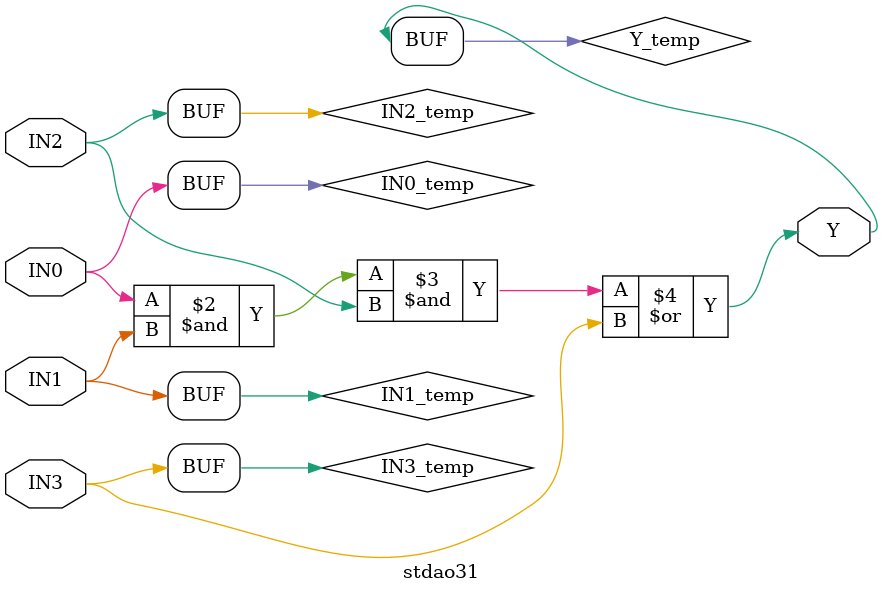
<source format=v>
module stdao31(IN0,IN1,IN2,IN3,Y);
  parameter
        d_IN0_r = 0,
        d_IN0_f = 0,
        d_IN1_r = 0,
        d_IN1_f = 0,
        d_IN2_r = 0,
        d_IN2_f = 0,
        d_IN3_r = 0,
        d_IN3_f = 0,
        d_Y_r = 1,
        d_Y_f = 1;
  input  IN0;
  input  IN1;
  input  IN2;
  input  IN3;
  output  Y;
  wire  IN0_temp;
  wire  IN1_temp;
  wire  IN2_temp;
  wire  IN3_temp;
  reg  Y_temp;
  assign #(d_IN0_r,d_IN0_f) IN0_temp = IN0;
  assign #(d_IN1_r,d_IN1_f) IN1_temp = IN1;
  assign #(d_IN2_r,d_IN2_f) IN2_temp = IN2;
  assign #(d_IN3_r,d_IN3_f) IN3_temp = IN3;
  assign #(d_Y_r,d_Y_f) Y = Y_temp;
  always
    @(IN0_temp or IN1_temp or IN2_temp or IN3_temp)
      begin
      Y_temp = (((IN0_temp & IN1_temp) & IN2_temp) | IN3_temp);
      end
endmodule

</source>
